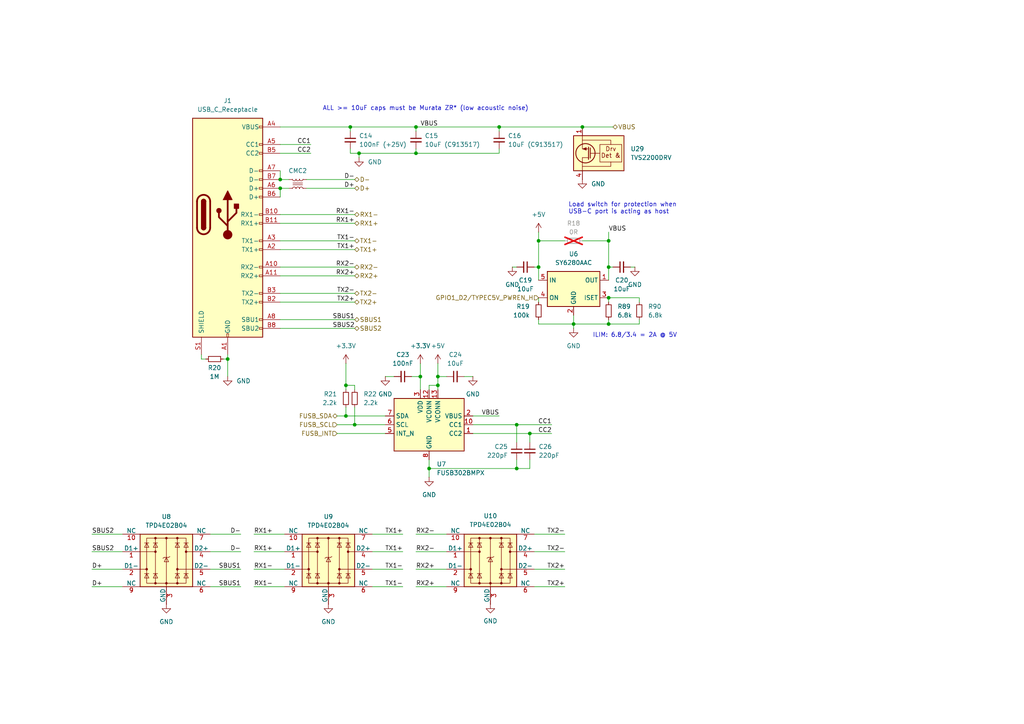
<source format=kicad_sch>
(kicad_sch (version 20240417) (generator "eeschema") (generator_version "8.99")
  (paper "A4")
  (title_block (title "anyon e") (date "2024-06-12") (rev "V0.1") (company "Byran Huang") (comment 4 "Proof of concept board for feature verification"))
  (lib_symbols
    (symbol "Connector:USB_C_Receptacle" (pin_names (offset 1.016))
      (property "Reference" "J" (at -10.16 29.21 0))
      (property "Value" "USB_C_Receptacle" (at 10.16 29.21 0))
      (symbol "USB_C_Receptacle_0_0"
        (rectangle (start -0.254 -35.56) (end 0.254 -34.544))
        (rectangle (start 10.16 25.654) (end 9.144 25.146))
        (rectangle (start 10.16 20.574) (end 9.144 20.066))
        (rectangle (start 10.16 18.034) (end 9.144 17.526))
        (rectangle (start 10.16 12.954) (end 9.144 12.446))
        (rectangle (start 10.16 10.414) (end 9.144 9.906))
        (rectangle (start 10.16 7.874) (end 9.144 7.366))
        (rectangle (start 10.16 5.334) (end 9.144 4.826))
        (rectangle (start 10.16 0.254) (end 9.144 -0.254))
        (rectangle (start 10.16 -2.286) (end 9.144 -2.794))
        (rectangle (start 10.16 -7.366) (end 9.144 -7.874))
        (rectangle (start 10.16 -9.906) (end 9.144 -10.414))
        (rectangle (start 10.16 -14.986) (end 9.144 -15.494))
        (rectangle (start 10.16 -17.526) (end 9.144 -18.034))
        (rectangle (start 10.16 -22.606) (end 9.144 -23.114))
        (rectangle (start 10.16 -25.146) (end 9.144 -25.654))
        (rectangle (start 10.16 -30.226) (end 9.144 -30.734))
        (rectangle (start 10.16 -32.766) (end 9.144 -33.274))
      )
      (symbol "USB_C_Receptacle_0_1"
        (rectangle (start -10.16 27.94) (end 10.16 -35.56) (stroke (width 0.254)) (fill (type background)))
        (polyline (pts (xy -8.89 -3.81) (xy -8.89 3.81)) (stroke (width 0.508)))
        (rectangle (start -7.62 -3.81) (end -6.35 3.81) (stroke (width 0.254)) (fill (type outline)))
        (arc (start -7.62 3.81) (mid -6.985 4.4423) (end -6.35 3.81) (stroke (width 0.254)) (fill (type outline)))
        (arc (start -7.62 3.81) (mid -6.985 4.4423) (end -6.35 3.81) (stroke (width 0.254)))
        (arc (start -8.89 3.81) (mid -6.985 5.7067) (end -5.08 3.81) (stroke (width 0.508)))
        (arc (start -5.08 -3.81) (mid -6.985 -5.7067) (end -8.89 -3.81) (stroke (width 0.508)))
        (arc (start -6.35 -3.81) (mid -6.985 -4.4423) (end -7.62 -3.81) (stroke (width 0.254)))
        (arc (start -6.35 -3.81) (mid -6.985 -4.4423) (end -7.62 -3.81) (stroke (width 0.254)) (fill (type outline)))
        (polyline (pts (xy -5.08 3.81) (xy -5.08 -3.81)) (stroke (width 0.508)))
      )
      (symbol "USB_C_Receptacle_1_1"
        (circle (center -2.54 1.143) (radius 0.635) (stroke (width 0.254)) (fill (type outline)))
        (polyline (pts (xy -1.27 4.318) (xy 0 6.858) (xy 1.27 4.318) (xy -1.27 4.318)) (stroke (width 0.254)) (fill (type outline)))
        (polyline (pts (xy 0 -2.032) (xy 2.54 0.508) (xy 2.54 1.778)) (stroke (width 0.508)))
        (polyline (pts (xy 0 -3.302) (xy -2.54 -0.762) (xy -2.54 0.508)) (stroke (width 0.508)))
        (circle (center 0 -5.842) (radius 1.27) (fill (type outline)))
        (polyline (pts (xy 0 -5.842) (xy 0 4.318)) (stroke (width 0.508)))
        (rectangle (start 1.905 1.778) (end 3.175 3.048) (stroke (width 0.254)) (fill (type outline)))
        (pin passive line (at 0 -40.64 90) (length 5.08) (name "GND") (number "A1"))
        (pin bidirectional line (at 15.24 -15.24 180) (length 5.08) (name "RX2-") (number "A10"))
        (pin bidirectional line (at 15.24 -17.78 180) (length 5.08) (name "RX2+") (number "A11"))
        (pin passive line (at 0 -40.64 90) (length 5.08) hide (name "GND") (number "A12"))
        (pin bidirectional line (at 15.24 -10.16 180) (length 5.08) (name "TX1+") (number "A2"))
        (pin bidirectional line (at 15.24 -7.62 180) (length 5.08) (name "TX1-") (number "A3"))
        (pin passive line (at 15.24 25.4 180) (length 5.08) (name "VBUS") (number "A4"))
        (pin bidirectional line (at 15.24 20.32 180) (length 5.08) (name "CC1") (number "A5"))
        (pin bidirectional line (at 15.24 7.62 180) (length 5.08) (name "D+") (number "A6"))
        (pin bidirectional line (at 15.24 12.7 180) (length 5.08) (name "D-") (number "A7"))
        (pin bidirectional line (at 15.24 -30.48 180) (length 5.08) (name "SBU1") (number "A8"))
        (pin passive line (at 15.24 25.4 180) (length 5.08) hide (name "VBUS") (number "A9"))
        (pin passive line (at 0 -40.64 90) (length 5.08) hide (name "GND") (number "B1"))
        (pin bidirectional line (at 15.24 0 180) (length 5.08) (name "RX1-") (number "B10"))
        (pin bidirectional line (at 15.24 -2.54 180) (length 5.08) (name "RX1+") (number "B11"))
        (pin passive line (at 0 -40.64 90) (length 5.08) hide (name "GND") (number "B12"))
        (pin bidirectional line (at 15.24 -25.4 180) (length 5.08) (name "TX2+") (number "B2"))
        (pin bidirectional line (at 15.24 -22.86 180) (length 5.08) (name "TX2-") (number "B3"))
        (pin passive line (at 15.24 25.4 180) (length 5.08) hide (name "VBUS") (number "B4"))
        (pin bidirectional line (at 15.24 17.78 180) (length 5.08) (name "CC2") (number "B5"))
        (pin bidirectional line (at 15.24 5.08 180) (length 5.08) (name "D+") (number "B6"))
        (pin bidirectional line (at 15.24 10.16 180) (length 5.08) (name "D-") (number "B7"))
        (pin bidirectional line (at 15.24 -33.02 180) (length 5.08) (name "SBU2") (number "B8"))
        (pin passive line (at 15.24 25.4 180) (length 5.08) hide (name "VBUS") (number "B9"))
        (pin passive line (at -7.62 -40.64 90) (length 5.08) (name "SHIELD") (number "S1"))
      )
    )
    (symbol "Device:C_Small" (pin_numbers hide) (pin_names (offset 0.254) hide)
      (property "Reference" "C" (at 0.254 1.778 0))
      (property "Value" "C_Small" (at 0.254 -2.032 0))
      (symbol "C_Small_0_1"
        (polyline (pts (xy -1.524 0.508) (xy 1.524 0.508)) (stroke (width 0.3048)))
        (polyline (pts (xy -1.524 -0.508) (xy 1.524 -0.508)) (stroke (width 0.3302)))
      )
      (symbol "C_Small_1_1"
        (pin passive line (at 0 2.54 270) (length 2.032) (name "~") (number "1"))
        (pin passive line (at 0 -2.54 90) (length 2.032) (name "~") (number "2"))
      )
    )
    (symbol "Device:R_Small" (pin_numbers hide) (pin_names (offset 0.254) hide)
      (property "Reference" "R" (at 0.762 0.508 0))
      (property "Value" "R_Small" (at 0.762 -1.016 0))
      (symbol "R_Small_0_1"
        (rectangle (start -0.762 1.778) (end 0.762 -1.778) (stroke (width 0.2032)))
      )
      (symbol "R_Small_1_1"
        (pin passive line (at 0 2.54 270) (length 0.762) (name "~") (number "1"))
        (pin passive line (at 0 -2.54 90) (length 0.762) (name "~") (number "2"))
      )
    )
    (symbol "Interface_USB:FUSB302BMPX"
      (property "Reference" "U" (at -10.16 8.89 0))
      (property "Value" "FUSB302BMPX" (at 3.81 8.89 0))
      (symbol "FUSB302BMPX_0_1"
        (rectangle (start -10.16 7.62) (end 10.16 -7.62) (stroke (width 0.254)) (fill (type background)))
      )
      (symbol "FUSB302BMPX_1_1"
        (pin bidirectional line (at 12.7 -2.54 180) (length 2.54) (name "CC2") (number "1"))
        (pin bidirectional line (at 12.7 0 180) (length 2.54) (name "CC1") (number "10"))
        (pin bidirectional line (at 12.7 0 180) (length 2.54) hide (name "CC1") (number "11"))
        (pin power_in line (at 0 10.16 270) (length 2.54) (name "VCONN") (number "12"))
        (pin power_in line (at 2.54 10.16 270) (length 2.54) (name "VCONN") (number "13"))
        (pin bidirectional line (at 12.7 -2.54 180) (length 2.54) hide (name "CC2") (number "14"))
        (pin passive line (at 0 -10.16 90) (length 2.54) hide (name "GND") (number "15"))
        (pin input line (at 12.7 2.54 180) (length 2.54) (name "VBUS") (number "2"))
        (pin power_in line (at -2.54 10.16 270) (length 2.54) (name "VDD") (number "3"))
        (pin passive line (at -2.54 10.16 270) (length 2.54) hide (name "VDD") (number "4"))
        (pin open_collector line (at -12.7 -2.54 0) (length 2.54) (name "INT_N") (number "5"))
        (pin input line (at -12.7 0 0) (length 2.54) (name "SCL") (number "6"))
        (pin bidirectional line (at -12.7 2.54 0) (length 2.54) (name "SDA") (number "7"))
        (pin power_in line (at 0 -10.16 90) (length 2.54) (name "GND") (number "8"))
        (pin passive line (at 0 -10.16 90) (length 2.54) hide (name "GND") (number "9"))
      )
    )
    (symbol "Power_Protection:TPD4EUSB30" (pin_names (offset 0))
      (property "Reference" "U" (at -0.635 8.89 0))
      (property "Value" "TPD4EUSB30" (at 8.89 -10.16 0))
      (symbol "TPD4EUSB30_0_0"
        (rectangle (start -5.715 6.477) (end 5.715 -6.604))
        (polyline (pts (xy -3.175 -6.604) (xy -3.175 6.477)))
        (polyline (pts (xy 0 6.477) (xy 0 -6.604)))
        (polyline (pts (xy 3.175 6.477) (xy 3.175 -6.604)))
      )
      (symbol "TPD4EUSB30_0_1"
        (polyline (pts (xy -7.747 2.54) (xy -3.175 2.54)))
        (rectangle (start -7.62 7.62) (end 7.62 -7.62) (stroke (width 0.254)) (fill (type background)))
        (polyline (pts (xy -7.62 -2.54) (xy -5.715 -2.54)))
        (circle (center -5.715 -2.54) (radius 0.2794) (fill (type outline)))
        (polyline (pts (xy -5.08 5.08) (xy -6.35 5.08)))
        (polyline (pts (xy -5.08 3.81) (xy -6.35 3.81) (xy -5.715 5.08) (xy -5.08 3.81)))
        (polyline (pts (xy -5.08 -3.81) (xy -6.35 -3.81)))
        (polyline (pts (xy -5.08 -5.08) (xy -6.35 -5.08) (xy -5.715 -3.81) (xy -5.08 -5.08)))
        (circle (center -3.175 6.477) (radius 0.2794) (fill (type outline)))
        (circle (center -3.175 2.54) (radius 0.2794) (fill (type outline)))
        (circle (center -3.175 -6.604) (radius 0.2794) (fill (type outline)))
        (polyline (pts (xy -2.54 5.08) (xy -3.81 5.08)))
        (polyline (pts (xy -2.54 3.81) (xy -3.81 3.81) (xy -3.175 5.08) (xy -2.54 3.81)))
        (polyline (pts (xy -2.54 -3.81) (xy -3.81 -3.81)))
        (polyline (pts (xy -2.54 -5.08) (xy -3.81 -5.08) (xy -3.175 -3.81) (xy -2.54 -5.08)))
        (polyline (pts (xy -0.635 0.889) (xy -1.016 0.635)))
        (circle (center 0 6.477) (radius 0.2794) (fill (type outline)))
        (polyline (pts (xy 0 -6.604) (xy 0 -7.62)))
        (circle (center 0 -6.604) (radius 0.2794) (fill (type outline)))
        (polyline (pts (xy 0.635 0.889) (xy -0.635 0.889)))
        (polyline (pts (xy 0.635 0.889) (xy 1.016 1.143)))
        (polyline (pts (xy 0.635 -0.381) (xy -0.635 -0.381) (xy 0 0.889) (xy 0.635 -0.381)))
        (circle (center 3.175 6.477) (radius 0.2794) (fill (type outline)))
        (circle (center 3.175 -2.54) (radius 0.2794) (fill (type outline)))
        (circle (center 3.175 -6.604) (radius 0.2794) (fill (type outline)))
        (polyline (pts (xy 3.81 5.08) (xy 2.54 5.08)))
        (polyline (pts (xy 3.81 3.81) (xy 2.54 3.81) (xy 3.175 5.08) (xy 3.81 3.81)))
        (polyline (pts (xy 3.81 -3.81) (xy 2.54 -3.81)))
        (polyline (pts (xy 3.81 -5.08) (xy 2.54 -5.08) (xy 3.175 -3.81) (xy 3.81 -5.08)))
        (circle (center 5.715 2.54) (radius 0.2794) (fill (type outline)))
        (polyline (pts (xy 6.35 5.08) (xy 5.08 5.08)))
        (polyline (pts (xy 6.35 3.81) (xy 5.08 3.81) (xy 5.715 5.08) (xy 6.35 3.81)))
        (polyline (pts (xy 6.35 -3.81) (xy 5.08 -3.81)))
        (polyline (pts (xy 6.35 -5.08) (xy 5.08 -5.08) (xy 5.715 -3.81) (xy 6.35 -5.08)))
        (polyline (pts (xy 7.62 2.54) (xy 5.715 2.54)))
        (polyline (pts (xy 7.62 -2.54) (xy 3.175 -2.54)))
      )
      (symbol "TPD4EUSB30_1_1"
        (pin passive line (at -12.7 2.54 0) (length 5.08) (name "D1+") (number "1"))
        (pin free line (at -12.7 7.62 0) (length 5.08) (name "NC") (number "10"))
        (pin passive line (at -12.7 -2.54 0) (length 5.08) (name "D1-") (number "2"))
        (pin power_in line (at 0 -12.7 90) (length 5.08) (name "GND") (number "3"))
        (pin passive line (at 12.7 2.54 180) (length 5.08) (name "D2+") (number "4"))
        (pin passive line (at 12.7 -2.54 180) (length 5.08) (name "D2-") (number "5"))
        (pin free line (at 12.7 -7.62 180) (length 5.08) (name "NC") (number "6"))
        (pin free line (at 12.7 7.62 180) (length 5.08) (name "NC") (number "7"))
        (pin passive line (at 0 -12.7 90) (length 5.08) hide (name "GND") (number "8"))
        (pin free line (at -12.7 -7.62 0) (length 5.08) (name "NC") (number "9"))
      )
    )
    (symbol "Power_Protection:TVS2200DRV" (pin_names (offset 0) hide)
      (property "Reference" "U" (at 2.54 1.27 0))
      (property "Value" "TVS2200DRV" (at 2.54 -1.27 0))
      (symbol "TVS2200DRV_0_0"
        (rectangle (start -11.43 2.54) (end -5.08 -2.54))
        (polyline (pts (xy -8.255 2.54) (xy -8.255 3.81) (xy 0 3.81)))
        (polyline (pts (xy -8.255 -2.54) (xy -8.255 -3.81) (xy 0 -3.81)))
        (polyline (pts (xy 0 1.27) (xy -1.778 1.27)))
        (text "Det &" (at -8.255 0.635 0) (effects (font (size 1.27 1.27))))
        (text "Drv" (at -8.255 -1.27 0) (effects (font (size 1.27 1.27))))
      )
      (symbol "TVS2200DRV_0_1"
        (rectangle (start -12.065 5.08) (end 2.54 -5.08) (stroke (width 0.254)) (fill (type background)))
        (polyline (pts (xy -2.286 1.397) (xy -2.286 -1.524)) (stroke (width 0.254)))
        (polyline (pts (xy -2.286 0) (xy -5.08 0)))
        (polyline (pts (xy -1.778 1.778) (xy -1.778 -1.778)) (stroke (width 0.254)))
        (circle (center -0.889 0) (radius 2.794) (stroke (width 0.254)))
        (polyline (pts (xy -0.127 -1.27) (xy -1.143 -1.651) (xy -1.143 -0.889) (xy -0.127 -1.27)) (fill (type outline)))
        (polyline (pts (xy 0 5.08) (xy 0 2.54)))
        (polyline (pts (xy 0 2.54) (xy 0 1.27)))
        (polyline (pts (xy 0 -2.54) (xy 0 -5.08)))
        (polyline (pts (xy 0 -2.54) (xy 0 -1.27) (xy -1.778 -1.27)))
      )
      (symbol "TVS2200DRV_1_1"
        (pin power_in line (at 0 -7.62 90) (length 2.54) (name "GND") (number "1"))
        (pin passive line (at 0 -7.62 90) (length 2.54) hide (name "GND") (number "2"))
        (pin passive line (at 0 -7.62 90) (length 2.54) hide (name "GND") (number "3"))
        (pin passive line (at 0 7.62 270) (length 2.54) (name "IN") (number "4"))
        (pin passive line (at 0 7.62 270) (length 2.54) hide (name "IN") (number "5"))
        (pin passive line (at 0 7.62 270) (length 2.54) hide (name "IN") (number "6"))
        (pin passive line (at 0 -7.62 90) (length 2.54) hide (name "GND") (number "7"))
      )
    )
    (symbol "library:ACM2012_Common_Mode_Choke"
      (property "Reference" "CMC" (at -1.524 4.064 0))
      (symbol "ACM2012_Common_Mode_Choke_0_1"
        (polyline (pts (xy -1.397 0.254) (xy 1.397 0.254)))
        (arc (start -0.508 1.3948) (mid -1.016 0.889) (end -1.524 1.3948))
        (arc (start -1.524 -1.397) (mid -1.016 -0.8912) (end -0.508 -1.397))
        (arc (start 0.508 1.3948) (mid 0 0.889) (end -0.508 1.3948))
        (arc (start -0.508 -1.397) (mid 0 -0.8912) (end 0.508 -1.397))
        (arc (start 1.524 1.3948) (mid 1.016 0.889) (end 0.508 1.3948))
        (arc (start 0.508 -1.397) (mid 1.016 -0.8912) (end 1.524 -1.397))
        (polyline (pts (xy 1.397 -0.254) (xy -1.397 -0.254)))
      )
      (symbol "ACM2012_Common_Mode_Choke_1_1"
        (pin passive line (at -2.54 -1.27 0) (length 0.9525) (name "") (number "1"))
        (pin passive line (at -2.54 1.27 0) (length 0.9525) (name "") (number "2"))
        (pin passive line (at 2.54 1.27 180) (length 0.9525) (name "") (number "3"))
        (pin passive line (at 2.54 -1.27 180) (length 0.9525) (name "") (number "4"))
      )
    )
    (symbol "library:SY6280AAC"
      (property "Reference" "U" (at 0 0 0))
      (property "Value" "SY6280AAC" (at 0 0 0))
      (symbol "SY6280AAC_0_1"
        (rectangle (start -7.62 5.08) (end 7.62 -5.08) (stroke (width 0.254)) (fill (type background)))
      )
      (symbol "SY6280AAC_1_1"
        (pin power_out line (at 10.16 2.54 180) (length 2.54) (name "OUT") (number "1"))
        (pin power_in line (at 0 -7.62 90) (length 2.54) (name "GND") (number "2"))
        (pin passive line (at 10.16 -2.54 180) (length 2.54) (name "ISET") (number "3"))
        (pin input line (at -10.16 -2.54 0) (length 2.54) (name "ON") (number "4"))
        (pin power_in line (at -10.16 2.54 0) (length 2.54) (name "IN") (number "5"))
      )
    )
    (symbol "power:+3.3V" (power) (pin_numbers hide) (pin_names (offset 0) hide)
      (property "Value" "+3.3V" (at 0 3.556 0))
      (symbol "+3.3V_0_1"
        (polyline (pts (xy -0.762 1.27) (xy 0 2.54)))
        (polyline (pts (xy 0 2.54) (xy 0.762 1.27)))
        (polyline (pts (xy 0 0) (xy 0 2.54)))
      )
      (symbol "+3.3V_1_1"
        (pin power_in line (at 0 0 90) (length 0) (name "~") (number "1"))
      )
    )
    (symbol "power:+5V" (power) (pin_numbers hide) (pin_names (offset 0) hide)
      (property "Value" "+5V" (at 0 3.556 0))
      (symbol "+5V_0_1"
        (polyline (pts (xy -0.762 1.27) (xy 0 2.54)))
        (polyline (pts (xy 0 2.54) (xy 0.762 1.27)))
        (polyline (pts (xy 0 0) (xy 0 2.54)))
      )
      (symbol "+5V_1_1"
        (pin power_in line (at 0 0 90) (length 0) (name "~") (number "1"))
      )
    )
    (symbol "power:GND" (power) (pin_numbers hide) (pin_names (offset 0) hide)
      (property "Value" "GND" (at 0 -3.81 0))
      (symbol "GND_0_1"
        (polyline (pts (xy 0 0) (xy 0 -1.27) (xy 1.27 -1.27) (xy 0 -2.54) (xy -1.27 -1.27) (xy 0 -1.27)))
      )
      (symbol "GND_1_1"
        (pin power_in line (at 0 0 270) (length 0) (name "~") (number "1"))
      )
    )
  )
  (text "Load switch for protection when \nUSB-C port is acting as host" (at 164.846 60.452 0) (effects (font (size 1.27 1.27)) (justify left)))
  (text "ALL >= 10uF caps must be Murata ZR* (low acoustic noise)" (at 123.444 31.496 0) (effects (font (size 1.27 1.27))))
  (text "ILIM: 6.8/3.4 = 2A @ 5V" (at 184.15 97.282 0) (effects (font (size 1.27 1.27))))
  (junction (at 156.21 77.47))
  (junction (at 81.28 52.07))
  (junction (at 101.6 36.83))
  (junction (at 149.86 123.19))
  (junction (at 81.28 54.61))
  (junction (at 176.53 69.85))
  (junction (at 100.33 111.76))
  (junction (at 166.37 93.98))
  (junction (at 104.14 44.45))
  (junction (at 168.91 36.83))
  (junction (at 127 111.76))
  (junction (at 100.33 120.65))
  (junction (at 176.53 77.47))
  (junction (at 102.87 123.19))
  (junction (at 120.65 36.83))
  (junction (at 66.04 104.14))
  (junction (at 176.53 93.98))
  (junction (at 149.86 135.89))
  (junction (at 127 109.22))
  (junction (at 120.65 44.45))
  (junction (at 176.53 86.36))
  (junction (at 153.67 125.73))
  (junction (at 144.78 36.83))
  (junction (at 121.92 109.22))
  (junction (at 156.21 69.85))
  (junction (at 124.46 135.89))
  (wire (pts (xy 144.78 44.45) (xy 144.78 43.18)))
  (wire (pts (xy 35.56 165.1) (xy 26.67 165.1)))
  (wire (pts (xy 102.87 123.19) (xy 111.76 123.19)))
  (wire (pts (xy 156.21 67.31) (xy 156.21 69.85)))
  (wire (pts (xy 168.91 69.85) (xy 176.53 69.85)))
  (wire (pts (xy 60.96 165.1) (xy 69.85 165.1)))
  (wire (pts (xy 124.46 111.76) (xy 124.46 113.03)))
  (wire (pts (xy 35.56 154.94) (xy 26.67 154.94)))
  (wire (pts (xy 100.33 111.76) (xy 102.87 111.76)))
  (wire (pts (xy 129.54 154.94) (xy 120.65 154.94)))
  (wire (pts (xy 156.21 86.36) (xy 156.21 87.63)))
  (wire (pts (xy 166.37 93.98) (xy 166.37 95.25)))
  (wire (pts (xy 129.54 165.1) (xy 120.65 165.1)))
  (wire (pts (xy 82.55 170.18) (xy 73.66 170.18)))
  (wire (pts (xy 166.37 93.98) (xy 176.53 93.98)))
  (wire (pts (xy 127 105.41) (xy 127 109.22)))
  (wire (pts (xy 153.67 125.73) (xy 160.02 125.73)))
  (wire (pts (xy 88.9 54.61) (xy 102.87 54.61)))
  (wire (pts (xy 156.21 92.71) (xy 156.21 93.98)))
  (wire (pts (xy 120.65 36.83) (xy 144.78 36.83)))
  (wire (pts (xy 176.53 93.98) (xy 185.42 93.98)))
  (wire (pts (xy 148.59 77.47) (xy 149.86 77.47)))
  (wire (pts (xy 107.95 170.18) (xy 116.84 170.18)))
  (wire (pts (xy 185.42 92.71) (xy 185.42 93.98)))
  (wire (pts (xy 107.95 160.02) (xy 116.84 160.02)))
  (wire (pts (xy 101.6 43.18) (xy 101.6 44.45)))
  (wire (pts (xy 35.56 170.18) (xy 26.67 170.18)))
  (wire (pts (xy 66.04 102.87) (xy 66.04 104.14)))
  (wire (pts (xy 101.6 44.45) (xy 104.14 44.45)))
  (wire (pts (xy 154.94 170.18) (xy 163.83 170.18)))
  (wire (pts (xy 176.53 69.85) (xy 176.53 77.47)))
  (wire (pts (xy 58.42 102.87) (xy 58.42 104.14)))
  (wire (pts (xy 104.14 44.45) (xy 120.65 44.45)))
  (wire (pts (xy 102.87 118.11) (xy 102.87 123.19)))
  (wire (pts (xy 129.54 109.22) (xy 127 109.22)))
  (wire (pts (xy 176.53 67.31) (xy 176.53 69.85)))
  (wire (pts (xy 127 111.76) (xy 127 113.03)))
  (wire (pts (xy 64.77 104.14) (xy 66.04 104.14)))
  (wire (pts (xy 153.67 133.35) (xy 153.67 135.89)))
  (wire (pts (xy 121.92 109.22) (xy 121.92 113.03)))
  (wire (pts (xy 58.42 104.14) (xy 59.69 104.14)))
  (wire (pts (xy 81.28 69.85) (xy 102.87 69.85)))
  (wire (pts (xy 81.28 52.07) (xy 81.28 49.53)))
  (wire (pts (xy 81.28 87.63) (xy 102.87 87.63)))
  (wire (pts (xy 154.94 165.1) (xy 163.83 165.1)))
  (wire (pts (xy 184.15 77.47) (xy 182.88 77.47)))
  (wire (pts (xy 149.86 135.89) (xy 153.67 135.89)))
  (wire (pts (xy 124.46 135.89) (xy 124.46 138.43)))
  (wire (pts (xy 100.33 118.11) (xy 100.33 120.65)))
  (wire (pts (xy 107.95 154.94) (xy 116.84 154.94)))
  (wire (pts (xy 121.92 105.41) (xy 121.92 109.22)))
  (wire (pts (xy 120.65 44.45) (xy 120.65 43.18)))
  (wire (pts (xy 81.28 92.71) (xy 102.87 92.71)))
  (wire (pts (xy 81.28 64.77) (xy 102.87 64.77)))
  (wire (pts (xy 124.46 135.89) (xy 149.86 135.89)))
  (wire (pts (xy 154.94 154.94) (xy 163.83 154.94)))
  (wire (pts (xy 97.79 125.73) (xy 111.76 125.73)))
  (wire (pts (xy 176.53 77.47) (xy 176.53 81.28)))
  (wire (pts (xy 81.28 44.45) (xy 90.17 44.45)))
  (wire (pts (xy 107.95 165.1) (xy 116.84 165.1)))
  (wire (pts (xy 82.55 165.1) (xy 73.66 165.1)))
  (wire (pts (xy 97.79 120.65) (xy 100.33 120.65)))
  (wire (pts (xy 81.28 62.23) (xy 102.87 62.23)))
  (wire (pts (xy 100.33 111.76) (xy 100.33 113.03)))
  (wire (pts (xy 149.86 123.19) (xy 149.86 128.27)))
  (wire (pts (xy 176.53 86.36) (xy 176.53 87.63)))
  (wire (pts (xy 119.38 109.22) (xy 121.92 109.22)))
  (wire (pts (xy 176.53 86.36) (xy 185.42 86.36)))
  (wire (pts (xy 166.37 91.44) (xy 166.37 93.98)))
  (wire (pts (xy 60.96 160.02) (xy 69.85 160.02)))
  (wire (pts (xy 137.16 123.19) (xy 149.86 123.19)))
  (wire (pts (xy 156.21 69.85) (xy 156.21 77.47)))
  (wire (pts (xy 60.96 170.18) (xy 69.85 170.18)))
  (wire (pts (xy 185.42 86.36) (xy 185.42 87.63)))
  (wire (pts (xy 176.53 93.98) (xy 176.53 92.71)))
  (wire (pts (xy 156.21 93.98) (xy 166.37 93.98)))
  (wire (pts (xy 137.16 109.22) (xy 134.62 109.22)))
  (wire (pts (xy 81.28 77.47) (xy 102.87 77.47)))
  (wire (pts (xy 81.28 95.25) (xy 102.87 95.25)))
  (wire (pts (xy 101.6 36.83) (xy 120.65 36.83)))
  (wire (pts (xy 66.04 104.14) (xy 66.04 109.22)))
  (wire (pts (xy 101.6 36.83) (xy 101.6 38.1)))
  (wire (pts (xy 127 111.76) (xy 124.46 111.76)))
  (wire (pts (xy 104.14 44.45) (xy 104.14 45.72)))
  (wire (pts (xy 149.86 123.19) (xy 160.02 123.19)))
  (wire (pts (xy 100.33 105.41) (xy 100.33 111.76)))
  (wire (pts (xy 153.67 125.73) (xy 153.67 128.27)))
  (wire (pts (xy 35.56 160.02) (xy 26.67 160.02)))
  (wire (pts (xy 100.33 120.65) (xy 111.76 120.65)))
  (wire (pts (xy 127 109.22) (xy 127 111.76)))
  (wire (pts (xy 177.8 77.47) (xy 176.53 77.47)))
  (wire (pts (xy 137.16 125.73) (xy 153.67 125.73)))
  (wire (pts (xy 60.96 154.94) (xy 69.85 154.94)))
  (wire (pts (xy 129.54 170.18) (xy 120.65 170.18)))
  (wire (pts (xy 124.46 133.35) (xy 124.46 135.89)))
  (wire (pts (xy 102.87 111.76) (xy 102.87 113.03)))
  (wire (pts (xy 81.28 85.09) (xy 102.87 85.09)))
  (wire (pts (xy 81.28 72.39) (xy 102.87 72.39)))
  (wire (pts (xy 81.28 57.15) (xy 81.28 54.61)))
  (wire (pts (xy 144.78 36.83) (xy 168.91 36.83)))
  (wire (pts (xy 81.28 52.07) (xy 83.82 52.07)))
  (wire (pts (xy 81.28 36.83) (xy 101.6 36.83)))
  (wire (pts (xy 81.28 54.61) (xy 83.82 54.61)))
  (wire (pts (xy 154.94 77.47) (xy 156.21 77.47)))
  (wire (pts (xy 129.54 160.02) (xy 120.65 160.02)))
  (wire (pts (xy 111.76 109.22) (xy 114.3 109.22)))
  (wire (pts (xy 120.65 44.45) (xy 144.78 44.45)))
  (wire (pts (xy 154.94 160.02) (xy 163.83 160.02)))
  (wire (pts (xy 149.86 133.35) (xy 149.86 135.89)))
  (wire (pts (xy 156.21 77.47) (xy 156.21 81.28)))
  (wire (pts (xy 97.79 123.19) (xy 102.87 123.19)))
  (wire (pts (xy 82.55 154.94) (xy 73.66 154.94)))
  (wire (pts (xy 120.65 38.1) (xy 120.65 36.83)))
  (wire (pts (xy 88.9 52.07) (xy 102.87 52.07)))
  (wire (pts (xy 137.16 120.65) (xy 144.78 120.65)))
  (wire (pts (xy 81.28 41.91) (xy 90.17 41.91)))
  (wire (pts (xy 144.78 38.1) (xy 144.78 36.83)))
  (wire (pts (xy 156.21 69.85) (xy 163.83 69.85)))
  (wire (pts (xy 168.91 36.83) (xy 177.8 36.83)))
  (wire (pts (xy 82.55 160.02) (xy 73.66 160.02)))
  (wire (pts (xy 81.28 80.01) (xy 102.87 80.01)))
  (label "SBUS2" (at 26.67 154.94 0))
  (label "TX2-" (at 163.83 160.02 180))
  (label "SBUS1" (at 69.85 170.18 180))
  (label "TX2-" (at 102.87 85.09 180))
  (label "CC1" (at 160.02 123.19 180))
  (label "RX1+" (at 73.66 160.02 0))
  (label "TX2-" (at 163.83 154.94 180))
  (label "RX1+" (at 102.87 64.77 180))
  (label "D+" (at 26.67 170.18 0))
  (label "CC2" (at 90.17 44.45 180))
  (label "D-" (at 102.87 52.07 180))
  (label "SBUS2" (at 26.67 160.02 0))
  (label "D+" (at 26.67 165.1 0))
  (label "TX1-" (at 116.84 170.18 180))
  (label "TX1+" (at 116.84 160.02 180))
  (label "TX1+" (at 102.87 72.39 180))
  (label "RX2+" (at 120.65 170.18 0))
  (label "SBUS2" (at 102.87 95.25 180))
  (label "RX1-" (at 73.66 165.1 0))
  (label "RX2+" (at 102.87 80.01 180))
  (label "RX2+" (at 120.65 165.1 0))
  (label "D-" (at 69.85 154.94 180))
  (label "D-" (at 69.85 160.02 180))
  (label "VBUS" (at 121.92 36.83 0))
  (label "TX1+" (at 116.84 154.94 180))
  (label "RX2-" (at 120.65 154.94 0))
  (label "VBUS" (at 176.53 67.31 0))
  (label "SBUS1" (at 102.87 92.71 180))
  (label "CC1" (at 90.17 41.91 180))
  (label "TX2+" (at 102.87 87.63 180))
  (label "TX1-" (at 102.87 69.85 180))
  (label "CC2" (at 160.02 125.73 180))
  (label "TX2+" (at 163.83 165.1 180))
  (label "SBUS1" (at 69.85 165.1 180))
  (label "RX1-" (at 73.66 170.18 0))
  (label "TX2+" (at 163.83 170.18 180))
  (label "RX1+" (at 73.66 154.94 0))
  (label "RX1-" (at 102.87 62.23 180))
  (label "VBUS" (at 144.78 120.65 180))
  (label "D+" (at 102.87 54.61 180))
  (label "RX2-" (at 120.65 160.02 0))
  (label "RX2-" (at 102.87 77.47 180))
  (label "TX1-" (at 116.84 165.1 180))
  (hierarchical_label "FUSB_SCL" (shape input) (at 97.79 123.19 180))
  (hierarchical_label "D+" (shape bidirectional) (at 102.87 54.61 0))
  (hierarchical_label "RX1-" (shape bidirectional) (at 102.87 62.23 0))
  (hierarchical_label "RX2+" (shape bidirectional) (at 102.87 80.01 0))
  (hierarchical_label "GPIO1_D2{slash}TYPEC5V_PWREN_H" (shape input) (at 156.21 86.36 180))
  (hierarchical_label "SBUS2" (shape bidirectional) (at 102.87 95.25 0))
  (hierarchical_label "FUSB_INT" (shape input) (at 97.79 125.73 180))
  (hierarchical_label "VBUS" (shape bidirectional) (at 177.8 36.83 0))
  (hierarchical_label "TX1+" (shape bidirectional) (at 102.87 72.39 0))
  (hierarchical_label "FUSB_SDA" (shape bidirectional) (at 97.79 120.65 180))
  (hierarchical_label "SBUS1" (shape bidirectional) (at 102.87 92.71 0))
  (hierarchical_label "TX2-" (shape bidirectional) (at 102.87 85.09 0))
  (hierarchical_label "TX1-" (shape bidirectional) (at 102.87 69.85 0))
  (hierarchical_label "D-" (shape bidirectional) (at 102.87 52.07 0))
  (hierarchical_label "RX2-" (shape bidirectional) (at 102.87 77.47 0))
  (hierarchical_label "TX2+" (shape bidirectional) (at 102.87 87.63 0))
  (hierarchical_label "RX1+" (shape bidirectional) (at 102.87 64.77 0))
  (symbol (lib_id "power:GND") (at 148.59 77.47 0) (unit 1)
    (property "Reference" "#PWR025" (effects (hide yes)))
    (property "Value" "GND" (at 148.59 82.55 0))
    (property "Description" "Power symbol creates a global label with name \"GND\" , ground" (effects (hide yes)))
  )
  (symbol (lib_id "power:GND") (at 111.76 109.22 0) (unit 1)
    (property "Reference" "#PWR032" (effects (hide yes)))
    (property "Value" "GND" (at 111.76 114.3 0))
    (property "Description" "Power symbol creates a global label with name \"GND\" , ground" (effects (hide yes)))
  )
  (symbol (lib_id "power:GND") (at 184.15 77.47 0) (mirror y) (unit 1)
    (property "Reference" "#PWR026" (effects (hide yes)))
    (property "Value" "GND" (at 184.15 82.55 0))
    (property "Description" "Power symbol creates a global label with name \"GND\" , ground" (effects (hide yes)))
  )
  (symbol (lib_id "library:SY6280AAC") (at 166.37 83.82 0) (unit 1)
    (property "Reference" "U6" (at 166.37 73.66 0))
    (property "Value" "SY6280AAC" (at 166.37 76.2 0))
    (property "Footprint" "Package_TO_SOT_SMD:SOT-23-5" (effects (hide yes)))
    (property "Datasheet" "https://wmsc.lcsc.com/wmsc/upload/file/pdf/v2/lcsc/1810121532_Silergy-Corp-SY6280AAC_C55136.pdf" (effects (hide yes)))
    (property "Description" "Low Loss Power Distribution Switch" (effects (hide yes)))
  )
  (symbol (lib_id "power:GND") (at 142.24 175.26 0) (unit 1)
    (property "Reference" "#PWR037" (effects (hide yes)))
    (property "Value" "GND" (at 142.24 180.1138 0))
    (property "Description" "Power symbol creates a global label with name \"GND\" , ground" (effects (hide yes)))
  )
  (symbol (lib_id "Device:C_Small") (at 120.65 40.64 0) (unit 1)
    (property "Reference" "C15" (at 123.19 39.3762 0) (effects (justify left)))
    (property "Value" "10uF (C913517)" (at 123.19 41.9162 0) (effects (justify left)))
    (property "Footprint" "Capacitor_SMD:C_0603_1608Metric" (effects (hide yes)))
    (property "Description" "Unpolarized capacitor, small symbol" (effects (hide yes)))
  )
  (symbol (lib_id "Device:R_Small") (at 176.53 90.17 0) (unit 1)
    (property "Reference" "R89" (at 179.07 88.8999 0) (effects (justify left)))
    (property "Value" "6.8k" (at 179.07 91.4399 0) (effects (justify left)))
    (property "Footprint" "Resistor_SMD:R_0402_1005Metric" (effects (hide yes)))
    (property "Description" "Resistor, small symbol" (effects (hide yes)))
  )
  (symbol (lib_id "library:ACM2012_Common_Mode_Choke") (at 86.36 53.34 0) (unit 1)
    (property "Reference" "CMC2" (at 86.36 49.53 0))
    (property "Value" "ACM2012" (effects (hide yes)))
    (property "Footprint" "ACM2012:FIL_ACM2012-900-2P-T001" (effects (hide yes)))
    (property "Datasheet" "https://product.tdk.com/en/system/files?file=dam/doc/product/emc/emc/cmf_cmc/catalog/cmf_commercial_signal_acm2012_en.pdf" (effects (hide yes)))
    (property "Description" "2 Line Common Mode Choke Surface Mount 90 Ohms @ 100 MHz 400mA DCR 190mOhm" (effects (hide yes)))
  )
  (symbol (lib_id "power:+3.3V") (at 121.92 105.41 0) (unit 1)
    (property "Reference" "#PWR029" (effects (hide yes)))
    (property "Value" "+3.3V" (at 121.92 100.33 0))
    (property "Description" "Power symbol creates a global label with name \"+3.3V\"" (effects (hide yes)))
  )
  (symbol (lib_id "Device:R_Small") (at 62.23 104.14 90) (unit 1)
    (property "Reference" "R20" (at 62.23 106.68 90))
    (property "Value" "1M" (at 62.23 109.22 90))
    (property "Footprint" "Resistor_SMD:R_0402_1005Metric" (effects (hide yes)))
    (property "Description" "Resistor, small symbol" (effects (hide yes)))
  )
  (symbol (lib_id "power:+5V") (at 156.21 67.31 0) (unit 1)
    (property "Reference" "#PWR024" (effects (hide yes)))
    (property "Value" "+5V" (at 156.21 62.23 0))
    (property "Description" "Power symbol creates a global label with name \"+5V\"" (effects (hide yes)))
  )
  (symbol (lib_id "power:GND") (at 48.26 175.26 0) (unit 1)
    (property "Reference" "#PWR035" (effects (hide yes)))
    (property "Value" "GND" (at 48.26 180.34 0))
    (property "Description" "Power symbol creates a global label with name \"GND\" , ground" (effects (hide yes)))
  )
  (symbol (lib_id "Power_Protection:TPD4EUSB30") (at 48.26 162.56 0) (unit 1)
    (property "Reference" "U8" (at 48.26 149.86 0))
    (property "Value" "TPD4E02B04" (at 48.26 152.4 0))
    (property "Footprint" "Package_SON:USON-10_2.5x1.0mm_P0.5mm" (effects (hide yes)))
    (property "Datasheet" "http://www.ti.com/lit/ds/symlink/tpd2eusb30a.pdf" (effects (hide yes)))
    (property "Description" "4-Channel ESD Protection for Super-Speed USB 3.0 Interface, USON-10" (effects (hide yes)))
  )
  (symbol (lib_id "Device:C_Small") (at 116.84 109.22 270) (unit 1)
    (property "Reference" "C23" (at 116.8336 102.87 90))
    (property "Value" "100nF" (at 116.8336 105.41 90))
    (property "Footprint" "Capacitor_SMD:C_0402_1005Metric" (effects (hide yes)))
    (property "Description" "Unpolarized capacitor, small symbol" (effects (hide yes)))
  )
  (symbol (lib_id "Interface_USB:FUSB302BMPX") (at 124.46 123.19 0) (unit 1)
    (property "Reference" "U7" (at 126.6541 134.62 0) (effects (justify left)))
    (property "Value" "FUSB302BMPX" (at 126.6541 137.16 0) (effects (justify left)))
    (property "Footprint" "Package_DFN_QFN:WQFN-14-1EP_2.5x2.5mm_P0.5mm_EP1.45x1.45mm" (effects (hide yes)))
    (property "Datasheet" "http://www.onsemi.com/pub/Collateral/FUSB302B-D.PDF" (effects (hide yes)))
    (property "Description" "Programmable USB Type-C Controller w/PD, I2C address 0x22, WQFN-14" (effects (hide yes)))
  )
  (symbol (lib_id "power:+5V") (at 127 105.41 0) (unit 1)
    (property "Reference" "#PWR030" (effects (hide yes)))
    (property "Value" "+5V" (at 127 100.33 0))
    (property "Description" "Power symbol creates a global label with name \"+5V\"" (effects (hide yes)))
  )
  (symbol (lib_id "Power_Protection:TPD4EUSB30") (at 95.25 162.56 0) (unit 1)
    (property "Reference" "U9" (at 95.25 149.86 0))
    (property "Value" "TPD4E02B04" (at 95.25 152.4 0))
    (property "Footprint" "Package_SON:USON-10_2.5x1.0mm_P0.5mm" (effects (hide yes)))
    (property "Datasheet" "http://www.ti.com/lit/ds/symlink/tpd2eusb30a.pdf" (effects (hide yes)))
    (property "Description" "4-Channel ESD Protection for Super-Speed USB 3.0 Interface, USON-10" (effects (hide yes)))
  )
  (symbol (lib_id "power:GND") (at 166.37 95.25 0) (unit 1)
    (property "Reference" "#PWR027" (effects (hide yes)))
    (property "Value" "GND" (at 166.37 100.33 0))
    (property "Description" "Power symbol creates a global label with name \"GND\" , ground" (effects (hide yes)))
  )
  (symbol (lib_id "power:GND") (at 104.14 45.72 0) (unit 1)
    (property "Reference" "#PWR022" (effects (hide yes)))
    (property "Value" "GND" (at 106.68 46.9899 0) (effects (justify left)))
    (property "Description" "Power symbol creates a global label with name \"GND\" , ground" (effects (hide yes)))
  )
  (symbol (lib_id "Device:C_Small") (at 101.6 40.64 0) (unit 1)
    (property "Reference" "C14" (at 104.14 39.3762 0) (effects (justify left)))
    (property "Value" "100nF (+25V)" (at 104.14 41.9162 0) (effects (justify left)))
    (property "Footprint" "Capacitor_SMD:C_0402_1005Metric" (effects (hide yes)))
    (property "Description" "Unpolarized capacitor, small symbol" (effects (hide yes)))
  )
  (symbol (lib_id "Device:R_Small") (at 102.87 115.57 0) (unit 1)
    (property "Reference" "R22" (at 105.41 114.2999 0) (effects (justify left)))
    (property "Value" "2.2k" (at 105.41 116.8399 0) (effects (justify left)))
    (property "Footprint" "Resistor_SMD:R_0402_1005Metric" (effects (hide yes)))
    (property "Description" "Resistor, small symbol" (effects (hide yes)))
  )
  (symbol (lib_id "Device:C_Small") (at 180.34 77.47 90) (unit 1)
    (property "Reference" "C20" (at 180.3464 81.28 90))
    (property "Value" "10uF" (at 180.3464 83.82 90))
    (property "Footprint" "Capacitor_SMD:C_0603_1608Metric" (effects (hide yes)))
    (property "Description" "Unpolarized capacitor, small symbol" (effects (hide yes)))
  )
  (symbol (lib_id "Device:C_Small") (at 153.67 130.81 0) (unit 1)
    (property "Reference" "C26" (at 156.21 129.5462 0) (effects (justify left)))
    (property "Value" "220pF" (at 156.21 132.0862 0) (effects (justify left)))
    (property "Footprint" "Capacitor_SMD:C_0402_1005Metric" (effects (hide yes)))
    (property "Description" "Unpolarized capacitor, small symbol" (effects (hide yes)))
  )
  (symbol (lib_id "Device:C_Small") (at 152.4 77.47 270) (mirror x) (unit 1)
    (property "Reference" "C19" (at 152.3936 81.28 90))
    (property "Value" "10uF" (at 152.3936 83.82 90))
    (property "Footprint" "Capacitor_SMD:C_0603_1608Metric" (effects (hide yes)))
    (property "Description" "Unpolarized capacitor, small symbol" (effects (hide yes)))
  )
  (symbol (lib_id "power:GND") (at 137.16 109.22 0) (mirror y) (unit 1)
    (property "Reference" "#PWR033" (effects (hide yes)))
    (property "Value" "GND" (at 137.16 114.3 0))
    (property "Description" "Power symbol creates a global label with name \"GND\" , ground" (effects (hide yes)))
  )
  (symbol (lib_id "Power_Protection:TPD4EUSB30") (at 142.24 162.56 0) (unit 1)
    (property "Reference" "U10" (at 142.24 149.6338 0))
    (property "Value" "TPD4E02B04" (at 142.24 152.1738 0))
    (property "Footprint" "Package_SON:USON-10_2.5x1.0mm_P0.5mm" (effects (hide yes)))
    (property "Datasheet" "http://www.ti.com/lit/ds/symlink/tpd2eusb30a.pdf" (effects (hide yes)))
    (property "Description" "4-Channel ESD Protection for Super-Speed USB 3.0 Interface, USON-10" (effects (hide yes)))
  )
  (symbol (lib_id "power:GND") (at 168.91 52.07 0) (unit 1)
    (property "Reference" "#PWR0168" (effects (hide yes)))
    (property "Value" "GND" (at 171.45 53.3399 0) (effects (justify left)))
    (property "Description" "Power symbol creates a global label with name \"GND\" , ground" (effects (hide yes)))
  )
  (symbol (lib_id "Connector:USB_C_Receptacle") (at 66.04 62.23 0) (unit 1)
    (property "Reference" "J1" (at 66.04 29.21 0))
    (property "Value" "USB_C_Receptacle" (at 66.04 31.75 0))
    (property "Footprint" "USB-C:USB-C-SMD_TYPE-C-24P-QT" (effects (hide yes)))
    (property "Datasheet" "https://www.usb.org/sites/default/files/documents/usb_type-c.zip" (effects (hide yes)))
    (property "Description" "USB Full-Featured Type-C Receptacle connector" (effects (hide yes)))
  )
  (symbol (lib_id "Device:C_Small") (at 144.78 40.64 0) (unit 1)
    (property "Reference" "C16" (at 147.32 39.3762 0) (effects (justify left)))
    (property "Value" "10uF (C913517)" (at 147.32 41.9162 0) (effects (justify left)))
    (property "Footprint" "Capacitor_SMD:C_0603_1608Metric" (effects (hide yes)))
    (property "Description" "Unpolarized capacitor, small symbol" (effects (hide yes)))
  )
  (symbol (lib_id "Device:C_Small") (at 149.86 130.81 0) (unit 1)
    (property "Reference" "C25" (at 147.32 129.5462 0) (effects (justify right)))
    (property "Value" "220pF" (at 147.32 132.0862 0) (effects (justify right)))
    (property "Footprint" "Capacitor_SMD:C_0402_1005Metric" (effects (hide yes)))
    (property "Description" "Unpolarized capacitor, small symbol" (effects (hide yes)))
  )
  (symbol (lib_id "Device:R_Small") (at 185.42 90.17 0) (unit 1)
    (property "Reference" "R90" (at 187.96 88.8999 0) (effects (justify left)))
    (property "Value" "6.8k" (at 187.96 91.4399 0) (effects (justify left)))
    (property "Footprint" "Resistor_SMD:R_0402_1005Metric" (effects (hide yes)))
    (property "Description" "Resistor, small symbol" (effects (hide yes)))
  )
  (symbol (lib_id "power:GND") (at 66.04 109.22 0) (unit 1)
    (property "Reference" "#PWR031" (effects (hide yes)))
    (property "Value" "GND" (at 68.58 110.4899 0) (effects (justify left)))
    (property "Description" "Power symbol creates a global label with name \"GND\" , ground" (effects (hide yes)))
  )
  (symbol (lib_id "Device:R_Small") (at 166.37 69.85 90) (unit 1) (dnp yes)
    (property "Reference" "R18" (at 166.37 64.77 90))
    (property "Value" "0R" (at 166.37 67.31 90))
    (property "Footprint" "Resistor_SMD:R_0402_1005Metric" (effects (hide yes)))
    (property "Description" "Resistor, small symbol" (effects (hide yes)))
  )
  (symbol (lib_id "power:GND") (at 124.46 138.43 0) (unit 1)
    (property "Reference" "#PWR034" (effects (hide yes)))
    (property "Value" "GND" (at 124.46 143.51 0))
    (property "Description" "Power symbol creates a global label with name \"GND\" , ground" (effects (hide yes)))
  )
  (symbol (lib_id "Device:C_Small") (at 132.08 109.22 90) (unit 1)
    (property "Reference" "C24" (at 132.0863 102.87 90))
    (property "Value" "10uF" (at 132.0863 105.41 90))
    (property "Footprint" "Capacitor_SMD:C_0603_1608Metric" (effects (hide yes)))
    (property "Description" "Unpolarized capacitor, small symbol" (effects (hide yes)))
  )
  (symbol (lib_id "power:GND") (at 95.25 175.26 0) (unit 1)
    (property "Reference" "#PWR036" (effects (hide yes)))
    (property "Value" "GND" (at 95.25 180.34 0))
    (property "Description" "Power symbol creates a global label with name \"GND\" , ground" (effects (hide yes)))
  )
  (symbol (lib_id "Device:R_Small") (at 156.21 90.17 0) (unit 1)
    (property "Reference" "R19" (at 153.67 88.8999 0) (effects (justify right)))
    (property "Value" "100k" (at 153.67 91.4399 0) (effects (justify right)))
    (property "Footprint" "Resistor_SMD:R_0402_1005Metric" (effects (hide yes)))
    (property "Description" "Resistor, small symbol" (effects (hide yes)))
  )
  (symbol (lib_id "power:+3.3V") (at 100.33 105.41 0) (unit 1)
    (property "Reference" "#PWR028" (effects (hide yes)))
    (property "Value" "+3.3V" (at 100.33 100.33 0))
    (property "Description" "Power symbol creates a global label with name \"+3.3V\"" (effects (hide yes)))
  )
  (symbol (lib_id "Device:R_Small") (at 100.33 115.57 0) (unit 1)
    (property "Reference" "R21" (at 97.79 114.2999 0) (effects (justify right)))
    (property "Value" "2.2k" (at 97.79 116.8399 0) (effects (justify right)))
    (property "Footprint" "Resistor_SMD:R_0402_1005Metric" (effects (hide yes)))
    (property "Description" "Resistor, small symbol" (effects (hide yes)))
  )
  (symbol (lib_id "Power_Protection:TVS2200DRV") (at 168.91 44.45 180) (unit 1)
    (property "Reference" "U29" (at 182.88 43.1799 0) (effects (justify right)))
    (property "Value" "TVS2200DRV" (at 182.88 45.7199 0) (effects (justify right)))
    (property "Footprint" "Package_SON:WSON-6-1EP_2x2mm_P0.65mm_EP1x1.6mm" (effects (hide yes)))
    (property "Datasheet" "http://www.ti.com/lit/ds/symlink/tvs2200.pdf" (effects (hide yes)))
    (property "Description" "Flat-Clamp Surge Protection Device. 22Vrwm, WSON-6" (effects (hide yes)))
  )
)
</source>
